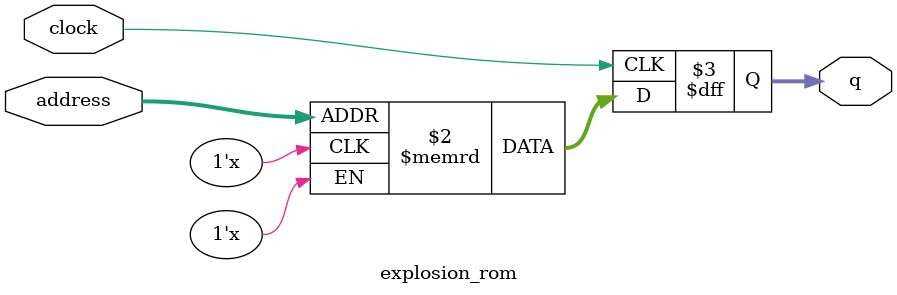
<source format=sv>
module explosion_rom (
	input logic clock,
	input logic [12:0] address,
	output logic [3:0] q
);

logic [3:0] memory [0:5999] /* synthesis ram_init_file = "./explosion/explosion.mif" */;

always_ff @ (posedge clock) begin
	q <= memory[address];
end

endmodule

</source>
